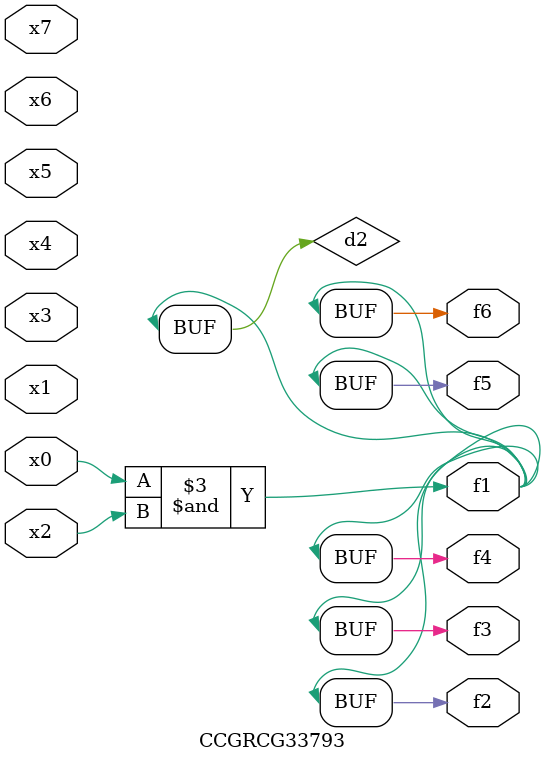
<source format=v>
module CCGRCG33793(
	input x0, x1, x2, x3, x4, x5, x6, x7,
	output f1, f2, f3, f4, f5, f6
);

	wire d1, d2;

	nor (d1, x3, x6);
	and (d2, x0, x2);
	assign f1 = d2;
	assign f2 = d2;
	assign f3 = d2;
	assign f4 = d2;
	assign f5 = d2;
	assign f6 = d2;
endmodule

</source>
